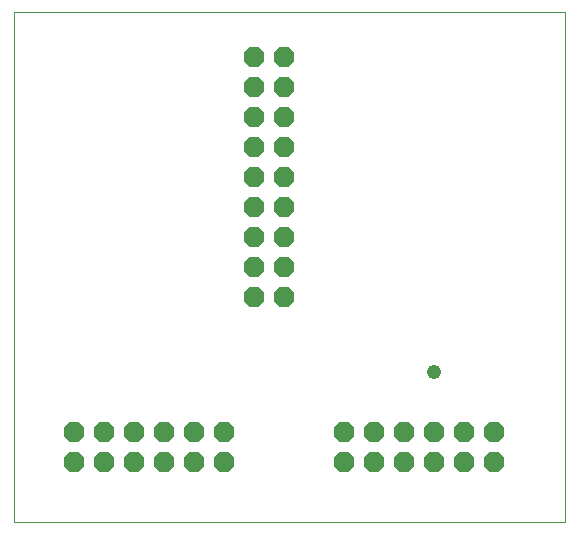
<source format=gbs>
G75*
G70*
%OFA0B0*%
%FSLAX24Y24*%
%IPPOS*%
%LPD*%
%AMOC8*
5,1,8,0,0,1.08239X$1,22.5*
%
%ADD10C,0.0000*%
%ADD11OC8,0.0680*%
%ADD12C,0.0480*%
D10*
X000100Y000100D02*
X000100Y017096D01*
X018470Y017096D01*
X018470Y000100D01*
X000100Y000100D01*
D11*
X002100Y002100D03*
X003100Y002100D03*
X003100Y003100D03*
X002100Y003100D03*
X004100Y003100D03*
X005100Y003100D03*
X006100Y003100D03*
X006100Y002100D03*
X005100Y002100D03*
X004100Y002100D03*
X007100Y002100D03*
X007100Y003100D03*
X011100Y003100D03*
X011100Y002100D03*
X012100Y002100D03*
X013100Y002100D03*
X014100Y002100D03*
X014100Y003100D03*
X013100Y003100D03*
X012100Y003100D03*
X015100Y003100D03*
X016100Y003100D03*
X016100Y002100D03*
X015100Y002100D03*
X009100Y007600D03*
X009100Y008600D03*
X009100Y009600D03*
X009100Y010600D03*
X009100Y011600D03*
X009100Y012600D03*
X009100Y013600D03*
X009100Y014600D03*
X009100Y015600D03*
X008100Y015600D03*
X008100Y014600D03*
X008100Y013600D03*
X008100Y012600D03*
X008100Y011600D03*
X008100Y010600D03*
X008100Y009600D03*
X008100Y008600D03*
X008100Y007600D03*
D12*
X014100Y005100D03*
M02*

</source>
